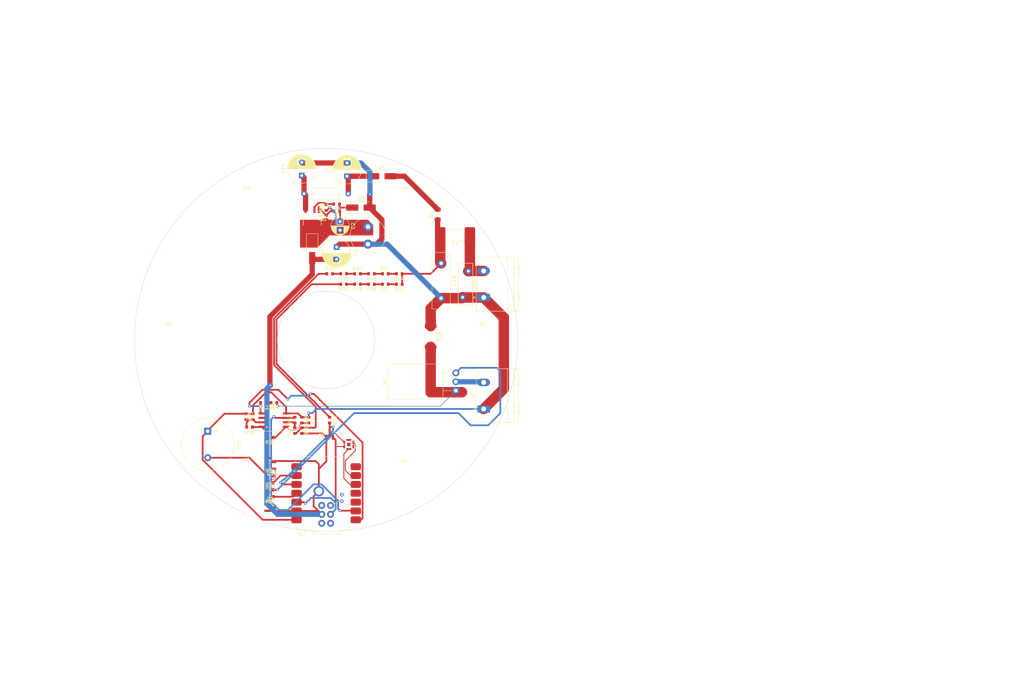
<source format=kicad_pcb>
(kicad_pcb (version 20240108) (generator "pcbnew") (generator_version "8.0")
  (layers (0 "F.Cu" signal) (31 "B.Cu" signal) (34 "B.Paste" user) (35 "F.Paste" user) (36 "B.SilkS" user "B.Silkscreen") (37 "F.SilkS" user "F.Silkscreen") (38 "B.Mask" user) (39 "F.Mask" user) (44 "Edge.Cuts" user))
  (net 0 "")
  (net 1 "Net-(BZ1-+)")
  (net 2 "/+5V")
  (net 3 "/GND")
  (net 5 "Net-(D1-K)")
  (net 6 "Net-(D3-K)")
  (net 7 "Net-(D1-A)")
  (net 8 "Net-(D2-K)")
  (net 9 "/Controller/ZERO_CROSSING")
  (net 12 "/Triac/TRIAC_OUTPUT")
  (net 14 "/Controller/LED_HOLD")
  (net 15 "/Controller/SUMMER")
  (net 16 "Net-(R26-Pad2)")
  (net 17 "Net-(R27-Pad2)")
  (net 18 "Net-(R28-Pad2)")
  (net 19 "Net-(R29-Pad2)")
  (net 20 "Net-(R30-Pad2)")
  (net 21 "/Controller/TRIAC_GATE")
  (net 22 "Net-(Q1-B)")
  (net 23 "Net-(Q1-C)")
  (net 24 "Net-(Q2-A1)")
  (net 25 "Net-(Q2-G)")
  (net 26 "Net-(Q3-B)")
  (net 27 "Net-(Q3-C)")
  (net 28 "Net-(U4B-+)")
  (net 29 "Net-(U4B--)")
  (net 30 "/AC_Filter/AC_L_FLT")
  (net 31 "/+3V3")
  (net 32 "Net-(U4A--)")
  (net 33 "Net-(U4A-+)")
  (net 34 "Net-(R44-Pad2)")
  (net 35 "Net-(R45-Pad1)")
  (net 36 "Net-(R46-Pad2)")
  (net 37 "Net-(R47-Pad1)")
  (net 38 "Net-(R48-Pad2)")
  (net 39 "/Controller/SIG_CURRENT")
  (net 40 "/Controller/SIG_VOLTAGE")
  (net 41 "Net-(R49-Pad1)")
  (net 42 "/L")
  (net 43 "/Controller/I2C_SCL")
  (net 44 "/Controller/I2C_SDA")
  (net 50 "Net-(U2-BP{slash}M)")
  (net 51 "Net-(U2-D)")
  (net 52 "Net-(U2-FB)")
  (footprint "Resistor_SMD:R_0603_1608Metric" (layer "F.Cu") (at 409 123 90)
    (property "Reference" "R52")
    (property "Value" "330")
  )
  (footprint "MountingHole:MountingHole_3.5mm" (layer "F.Cu") (at 395.25 61)
    (property "Reference" "H3")
    (property "Value" "MountingHole")
  )
  (footprint "Resistor_SMD:R_0603_1608Metric" (layer "F.Cu") (at 427 84 180)
    (property "Reference" "R29")
    (property "Value" "47k")
  )
  (footprint "Resistor_SMD:R_0603_1608Metric" (layer "F.Cu") (at 411 123 -90)
    (property "Reference" "R38")
    (property "Value" "10k")
  )
  (footprint "Fuse:Fuse_Schurter_UMZ250" (layer "F.Cu") (at 455 70 180)
    (property "Reference" "F1")
    (property "Value" "1.6A")
  )
  (footprint "Resistor_SMD:R_0603_1608Metric" (layer "F.Cu") (at 431 84 180)
    (property "Reference" "R28")
    (property "Value" "47k")
  )
  (footprint "Resistor_SMD:R_0603_1608Metric" (layer "F.Cu") (at 423 81 180)
    (property "Reference" "R48")
    (property "Value" "47k")
  )
  (footprint "Resistor_SMD:R_0603_1608Metric" (layer "F.Cu") (at 439 81 180)
    (property "Reference" "R44")
    (property "Value" "47k")
  )
  (footprint "Resistor_SMD:R_0603_1608Metric" (layer "F.Cu") (at 402 143)
    (property "Reference" "R32")
    (property "Value" "470")
  )
  (footprint "Resistor_SMD:R_0603_1608Metric" (layer "F.Cu") (at 397 122 90)
    (property "Reference" "R5")
    (property "Value" "3k9")
  )
  (footprint "Capacitor_THT:CP_Radial_D8.0mm_P3.50mm" (layer "F.Cu") (at 421 73.347349 -90)
    (property "Reference" "C4")
    (property "Value" "220u")
  )
  (footprint "Resistor_SMD:R_0603_1608Metric" (layer "F.Cu") (at 402 139)
    (property "Reference" "R34")
    (property "Value" "100")
  )
  (footprint "Resistor_SMD:R_0603_1608Metric" (layer "F.Cu") (at 427 81)
    (property "Reference" "R47")
    (property "Value" "47k")
  )
  (footprint "Resistor_SMD:R_0603_1608Metric" (layer "F.Cu") (at 419 123 -90)
    (property "Reference" "R31")
    (property "Value" "47k")
  )
  (footprint "Capacitor_THT:C_Disc_D16.0mm_W5.0mm_P10.00mm" (layer "F.Cu") (at 451 78 -90)
    (property "Reference" "C13")
    (property "Value" "10u")
  )
  (footprint "Package_TO_SOT_SMD:SOT-23" (layer "F.Cu") (at 401.9125 148.0875)
    (property "Reference" "Q3")
    (property "Value" "BC848")
  )
  (footprint "Resistor_SMD:R_0603_1608Metric" (layer "F.Cu") (at 402 128 180)
    (property "Reference" "R39")
    (property "Value" "1k")
  )
  (footprint "Capacitor_SMD:C_0603_1608Metric" (layer "F.Cu") (at 418 65 90)
    (property "Reference" "C3")
    (property "Value" "100n")
  )
  (footprint "Capacitor_THT:CP_Radial_D8.0mm_P3.80mm" (layer "F.Cu") (at 424 53 90)
    (property "Reference" "C1")
    (property "Value" "2u2")
  )
  (footprint "Resistor_SMD:R_1206_3216Metric" (layer "F.Cu") (at 450 64 90)
    (property "Reference" "R1")
    (property "Value" "10")
  )
  (footprint "Capacitor_THT:CP_Radial_D5.0mm_P2.50mm" (layer "F.Cu") (at 422 66 -90)
    (property "Reference" "C2")
    (property "Value" "22u")
  )
  (footprint "Package_TO_SOT_THT:TO-220-3_Horizontal_TabDown" (layer "F.Cu") (at 455.23 114.54 90)
    (property "Reference" "Q2")
    (property "Value" "BTA16-600B")
  )
  (footprint "Inductor_THT:L_Radial_D10.0mm_P5.00mm_Fastron_07P" (layer "F.Cu") (at 430 67.5 -90)
    (property "Reference" "L1")
    (property "Value" "1m")
  )
  (footprint "Resistor_SMD:R_0603_1608Metric" (layer "F.Cu") (at 395 122 -90)
    (property "Reference" "R53")
    (property "Value" "2k2")
  )
  (footprint "Package_TO_SOT_SMD:SOT-23" (layer "F.Cu") (at 402 136 180)
    (property "Reference" "Q1")
    (property "Value" "BC848")
  )
  (footprint "Resistor_SMD:R_0603_1608Metric" (layer "F.Cu") (at 439 84 180)
    (property "Reference" "R26")
    (property "Value" "47k")
  )
  (footprint "Resistor_SMD:R_0603_1608Metric" (layer "F.Cu") (at 431 81 180)
    (property "Reference" "R46")
    (property "Value" "47k")
  )
  (footprint "Resistor_SMD:R_0603_1608Metric" (layer "F.Cu") (at 421 61 180)
    (property "Reference" "R2")
    (property "Value" "4k")
  )
  (footprint "Resistor_SMD:R_2512_6332Metric" (layer "F.Cu") (at 448 99 -90)
    (property "Reference" "R36")
    (property "Value" "0R01")
  )
  (footprint "Resistor_SMD:R_0603_1608Metric" (layer "F.Cu") (at 403 118 180)
    (property "Reference" "R41")
    (property "Value" "1k")
  )
  (footprint "Resistor_SMD:R_0603_1608Metric" (layer "F.Cu") (at 411 126 -90)
    (property "Reference" "R50")
    (property "Value" "4k7")
  )
  (footprint "MountingHole:MountingHole_3.5mm" (layer "F.Cu") (at 440.25 139.3)
    (property "Reference" "H2")
    (property "Value" "MountingHole")
  )
  (footprint "Buzzer_Beeper:Buzzer_15x7.5RM7.6" (layer "F.Cu") (at 384 126.2 -90)
    (property "Reference" "BZ1")
    (property "Value" "Buzzer")
  )
  (footprint "Package_SO:PowerIntegrations_SO-8C" (layer "F.Cu") (at 414 65 -90)
    (property "Reference" "U2")
    (property "Value" "LNK3202D")
  )
  (footprint "Resistor_SMD:R_0603_1608Metric" (layer "F.Cu") (at 413 123 -90)
    (property "Reference" "R4")
    (property "Value" "200k")
  )
  (footprint "Sensor_Pressure:ST_LPS28DFW" (layer "F.Cu") (at 424.5 130 -90)
    (property "Reference" "U1")
    (property "Value" "LPS28DFW")
  )
  (footprint "Diode_SMD:D_SMA_Handsoldering" (layer "F.Cu") (at 434 53)
    (property "Reference" "D1")
    (property "Value" "D")
  )
  (footprint "MountingHole:MountingHole_3.5mm" (layer "F.Cu") (at 395.1 138.9)
    (property "Reference" "H6")
    (property "Value" "MountingHole")
  )
  (footprint "Resistor_SMD:R_0603_1608Metric" (layer "F.Cu") (at 402 145 180)
    (property "Reference" "R33")
    (property "Value" "4k7")
  )
  (footprint "Resistor_SMD:R_0603_1608Metric" (layer "F.Cu") (at 435 81)
    (property "Reference" "R45")
    (property "Value" "47k")
  )
  (footprint "Diode_SMD:D_SMA_Handsoldering" (layer "F.Cu") (at 428 62)
    (property "Reference" "D2")
    (property "Value" "UF4007")
  )
  (footprint "Resistor_SMD:R_0603_1608Metric" (layer "F.Cu") (at 421 63 180)
    (property "Reference" "R3")
    (property "Value" "10k")
  )
  (footprint "MountingHole:MountingHole_3.5mm" (layer "F.Cu") (at 440.85 61)
    (property "Reference" "H4")
    (property "Value" "MountingHole")
  )
  (footprint "Package_TO_SOT_SMD:SOT-23" (layer "F.Cu") (at 419 127 90)
    (property "Reference" "D11")
    (property "Value" "BAT54SW")
  )
  (footprint "Inductor_THT:L_Axial_L7.0mm_D3.3mm_P12.70mm_Horizontal_Fastron_MICC" (layer "F.Cu") (at 424.35 58 180)
    (property "Reference" "L2")
    (property "Value" "2.2mH")
  )
  (footprint "RF_Module:MCU_Seeed_ESP32C3_HandSolder" (layer "F.Cu") (at 418 144 180)
    (property "Reference" "U5")
    (property "Value" "Seeed-ESP32C3")
  )
  (footprint "MountingHole:MountingHole_3.5mm" (layer "F.Cu") (at 372.9 100)
    (property "Reference" "H5")
    (property "Value" "MountingHole")
  )
  (footprint "Resistor_SMD:R_0603_1608Metric" (layer "F.Cu") (at 396 125 180)
    (property "Reference" "R56")
    (property "Value" "10k")
  )
  (footprint "Resistor_SMD:R_0603_1608Metric" (layer "F.Cu") (at 400 118 180)
    (property "Reference" "R42")
    (property "Value" "6k2")
  )
  (footprint "Connector_Phoenix_GMSTB:PhoenixContact_GMSTBA_2,5_2-G-7,62_1x02_P7.62mm_Horizontal" (layer "F.Cu") (at 463.2225 119.81 90)
    (property "Reference" "J2")
    (property "Value" "Conn_01x02_Pin")
  )
  (footprint "Varistor:RV_Disc_D12mm_W4.2mm_P7.5mm" (layer "F.Cu") (at 457.18 87.75 90)
    (property "Reference" "RV1")
    (property "Value" "350V")
  )
  (footprint "Capacitor_THT:CP_Radial_D8.0mm_P3.80mm" (layer "F.Cu") (at 411 52.802651 90)
    (property "Reference" "C14")
    (property "Value" "2u2")
  )
  (footprint "Diode_SMD:D_SMA_Handsoldering" (layer "F.Cu") (at 414 74 -90)
    (property "Reference" "D3")
    (property "Value" "UF4007")
  )
  (footprint "Resistor_SMD:R_0603_1608Metric" (layer "F.Cu") (at 419 81)
    (property "Reference" "R49")
    (property "Value" "47k")
  )
  (footprint "MountingHole:MountingHole_3.5mm" (layer "F.Cu") (at 463.2 100)
    (property "Reference" "H1")
    (property "Value" "MountingHole")
  )
  (footprint "Package_SO:SO-8_5.3x6.2mm_P1.27mm" (layer "F.Cu") (at 403 123)
    (property "Reference" "U4")
    (property "Value" "TL082")
  )
  (footprint "Resistor_SMD:R_0603_1608Metric" (layer "F.Cu") (at 402 141 180)
    (property "Reference" "R25")
    (property "Value" "4k7")
  )
  (footprint "Resistor_SMD:R_0603_1608Metric" (layer "F.Cu") (at 409 126 90)
    (property "Reference" "R51")
    (property "Value" "1k")
  )
  (footprint "Resistor_SMD:R_0603_1608Metric" (layer "F.Cu") (at 423 84 180)
    (property "Reference" "R30")
    (property "Value" "47k")
  )
  (footprint "Resistor_SMD:R_0603_1608Metric" (layer "F.Cu") (at 435 84 180)
    (property "Reference" "R27")
    (property "Value" "47k")
  )
  (footprint "Resistor_SMD:R_0603_1608Metric" (layer "F.Cu") (at 418 62 90)
    (property "Reference" "R35")
    (property "Value" "2.49k")
  )
  (footprint "Connector_Phoenix_GMSTB:PhoenixContact_GMSTBA_2,5_2-G-7,62_1x02_P7.62mm_Horizontal" (layer "F.Cu") (at 463.2225 87.81 90)
    (property "Reference" "J1")
    (property "Value" "Conn_01x02_Pin")
  )
  (gr_circle (center 418 100) (end 432 100) (stroke (width 0.1)) (fill none) (layer "Edge.Cuts"))
  (gr_circle (center 418 100) (end 473 100) (stroke (width 0.1)) (fill none) (layer "Edge.Cuts"))
  (segment (start 401.175 139) (end 395.975 133.8) (width 0.5) (layer "F.Cu") (net 1))
  (segment (start 395.975 133.8) (end 384 133.8) (width 0.5) (layer "F.Cu") (net 1))
  (segment (start 411 122.175) (end 409.92 121.095) (width 0.5) (layer "F.Cu") (net 2))
  (segment (start 432.5 72.5) (end 430 72.5) (width 1.5) (layer "F.Cu") (net 2))
  (segment (start 383.39939 135.25) (end 382.55 134.40061) (width 0.5) (layer "F.Cu") (net 2))
  (segment (start 467 116) (end 467 116.0325) (width 3) (layer "F.Cu") (net 2))
  (segment (start 456.93 88) (end 457.18 87.75) (width 3) (layer "F.Cu") (net 2))
  (segment (start 413 122.175) (end 413 121) (width 0.5) (layer "F.Cu") (net 2))
  (segment (start 409.92 121.095) (end 406.5 121.095) (width 0.5) (layer "F.Cu") (net 2))
  (segment (start 395 121.175) (end 397 121.175) (width 0.5) (layer "F.Cu") (net 2))
  (segment (start 395 121.175) (end 388.825 121.175) (width 0.5) (layer "F.Cu") (net 2))
  (segment (start 469 93.5875) (end 469 114) (width 3) (layer "F.Cu") (net 2))
  (segment (start 397 118.77522) (end 400.77522 115) (width 0.5) (layer "F.Cu") (net 2))
  (segment (start 383.404325 135.25) (end 383.39939 135.25) (width 0.5) (layer "F.Cu") (net 2))
  (segment (start 434 71) (end 432.5 72.5) (width 1.5) (layer "F.Cu") (net 2))
  (segment (start 382.55 134.40061) (end 382.55 127.65) (width 0.5) (layer "F.Cu") (net 2))
  (segment (start 457.24 87.81) (end 457.18 87.75) (width 3) (layer "F.Cu") (net 2))
  (segment (start 424 49.2) (end 411.197349 49.2) (width 1.5) (layer "F.Cu") (net 2))
  (segment (start 434 65.5) (end 434 71) (width 1.5) (layer "F.Cu") (net 2))
  (segment (start 411.197349 49.2) (end 411 49.002651) (width 1.5) (layer "F.Cu") (net 2))
  (segment (start 406.5 119.27522) (end 406.5 121.095) (width 0.5) (layer "F.Cu") (net 2))
  (segment (start 448 96.0375) (end 448 91) (width 3) (layer "F.Cu") (net 2))
  (segment (start 413 122.175) (end 411 122.175) (width 0.5) (layer "F.Cu") (net 2))
  (segment (start 421.847349 72.5) (end 421 73.347349) (width 1.5) (layer "F.Cu") (net 2))
  (segment (start 384 126) (end 384 126.2) (width 0.5) (layer "F.Cu") (net 2))
  (segment (start 409.5 151.62) (end 399.774325 151.62) (width 0.5) (layer "F.Cu") (net 2))
  (segment (start 400.77522 115) (end 402.22478 115) (width 0.5) (layer "F.Cu") (net 2))
  (segment (start 451 88) (end 456.93 88) (width 3) (layer "F.Cu") (net 2))
  (segment (start 388.825 121.175) (end 384 126) (width 0.5) (layer "F.Cu") (net 2))
  (segment (start 430.5 58.2) (end 430.575 58.125) (width 1.5) (layer "F.Cu") (net 2))
  (segment (start 467 116.0325) (end 463.2225 119.81) (width 3) (layer "F.Cu") (net 2))
  (segment (start 430 72.5) (end 421.847349 72.5) (width 1.5) (layer "F.Cu") (net 2))
  (segment (start 430.5 62) (end 430.5 58.2) (width 1.5) (layer "F.Cu") (net 2))
  (segment (start 463.2225 87.81) (end 469 93.5875) (width 3) (layer "F.Cu") (net 2))
  (segment (start 397 121.175) (end 397 118.77522) (width 0.5) (layer "F.Cu") (net 2))
  (segment (start 448 91) (end 451 88) (width 3) (layer "F.Cu") (net 2))
  (segment (start 430.5 62) (end 434 65.5) (width 1.5) (layer "F.Cu") (net 2))
  (segment (start 399.774325 151.62) (end 383.404325 135.25) (width 0.5) (layer "F.Cu") (net 2))
  (segment (start 402.22478 115) (end 406.5 119.27522) (width 0.5) (layer "F.Cu") (net 2))
  (segment (start 463.2225 87.81) (end 457.24 87.81) (width 3) (layer "F.Cu") (net 2))
  (segment (start 382.55 127.65) (end 384 126.2) (width 0.5) (layer "F.Cu") (net 2))
  (segment (start 469 114) (end 467 116) (width 3) (layer "F.Cu") (net 2))
  (via (at 413 121) (size 0.8) (drill 0.4) (layers "F.Cu" "B.Cu") (net 2))
  (via (at 430.575 58.125) (size 0.8) (drill 0.4) (layers "F.Cu" "B.Cu") (net 2))
  (segment (start 430 72.5) (end 435.5 72.5) (width 1.5) (layer "B.Cu") (net 2))
  (segment (start 430.575 51.8) (end 430.575 58.125) (width 1.5) (layer "B.Cu") (net 2))
  (segment (start 435.5 72.5) (end 451 88) (width 1.5) (layer "B.Cu") (net 2))
  (segment (start 427.975 49.2) (end 430.575 51.8) (width 1.5) (layer "B.Cu") (net 2))
  (segment (start 413 121) (end 414 121) (width 0.5) (layer "B.Cu") (net 2))
  (segment (start 415.19 119.81) (end 463.2225 119.81) (width 0.5) (layer "B.Cu") (net 2))
  (segment (start 424 49.2) (end 427.975 49.2) (width 1.5) (layer "B.Cu") (net 2))
  (segment (start 414 121) (end 415.19 119.81) (width 0.5) (layer "B.Cu") (net 2))
  (segment (start 401.847481 112.847481) (end 402 113) (width 1.5) (layer "F.Cu") (net 3))
  (segment (start 415 134.75) (end 403.2375 134.75) (width 0.5) (layer "F.Cu") (net 3))
  (segment (start 399.405 125) (end 399.5 124.905) (width 0.5) (layer "F.Cu") (net 3))
  (segment (start 401.0175 149.08) (end 400.975 149.0375) (width 0.5) (layer "F.Cu") (net 3))
  (segment (start 415.77 149.08) (end 416.73 150.04) (width 0.5) (layer "F.Cu") (net 3))
  (segment (start 403.2375 134.75) (end 402.9375 135.05) (width 0.5) (layer "F.Cu") (net 3))
  (segment (start 400.2975 125.7025) (end 401 125) (width 0.5) (layer "F.Cu") (net 3))
  (segment (start 409.5 149.08) (end 401.0175 149.08) (width 0.5) (layer "F.Cu") (net 3))
  (segment (start 401.175 128) (end 401.175 126.58) (width 0.5) (layer "F.Cu") (net 3))
  (segment (start 414 81.15153) (end 401.847481 93.30405) (width 1.5) (layer "F.Cu") (net 3))
  (segment (start 418.05 134.85) (end 418.05 127.9375) (width 0.5) (layer "F.Cu") (net 3))
  (segment (start 415.9 137) (end 415.9 135.65) (width 0.5) (layer "F.Cu") (net 3))
  (segment (start 421 76.847349) (end 414.347349 76.847349) (width 1.5) (layer "F.Cu") (net 3))
  (segment (start 415.9 143.4) (end 415.9 137) (width 0.5) (layer "F.Cu") (net 3))
  (segment (start 409.5 149.08) (end 415.77 149.08) (width 0.5) (layer "F.Cu") (net 3))
  (segment (start 401.175 128) (end 401.175 133.2875) (width 0.5) (layer "F.Cu") (net 3))
  (segment (start 400.2975 125.7025) (end 399.5 124.905) (width 0.5) (layer "F.Cu") (net 3))
  (segment (start 423.2 129.4) (end 420.675 126.875) (width 0.25) (layer "F.Cu") (net 3))
  (segment (start 401.175 133.2875) (end 402.9375 135.05) (width 0.5) (layer "F.Cu") (net 3))
  (segment (start 401.175 126.58) (end 400.2975 125.7025) (width 0.5) (layer "F.Cu") (net 3))
  (segment (start 414 76.5) (end 414 81.15153) (width 1.5) (layer "F.Cu") (net 3))
  (segment (start 401.847481 93.30405) (end 401.847481 112.847481) (width 1.5) (layer "F.Cu") (net 3))
  (segment (start 416.9375 126.825) (end 418.05 127.9375) (width 0.5) (layer "F.Cu") (net 3))
  (segment (start 420.675 126.875) (end 419.6 126.875) (width 0.25) (layer "F.Cu") (net 3))
  (segment (start 415.77 149.08) (end 414.4 147.71) (width 0.5) (layer "F.Cu") (net 3))
  (segment (start 414.4 144.9) (end 415.9 143.4) (width 0.5) (layer "F.Cu") (net 3))
  (segment (start 419.6 126.875) (end 418.5375 127.9375) (width 0.25) (layer "F.Cu") (net 3))
  (segment (start 411 126.825) (end 416.9375 126.825) (width 0.5) (layer "F.Cu") (net 3))
  (segment (start 418.5375 127.9375) (end 418.05 127.9375) (width 0.25) (layer "F.Cu") (net 3))
  (segment (start 415.9 135.65) (end 415 134.75) (width 0.5) (layer "F.Cu") (net 3))
  (segment (start 396.825 125) (end 399.405 125) (width 0.5) (layer "F.Cu") (net 3))
  (segment (start 414.4 147.71) (end 414.4 144.9) (width 0.5) (layer "F.Cu") (net 3))
  (segment (start 414.347349 76.847349) (end 414 76.5) (width 1.5) (layer "F.Cu") (net 3))
  (segment (start 415.9 137) (end 418.05 134.85) (width 0.5) (layer "F.Cu") (net 3))
  (via (at 401 125) (size 0.8) (drill 0.4) (layers "F.Cu" "B.Cu") (net 3))
  (via (at 402 113) (size 0.8) (drill 0.4) (layers "F.Cu" "B.Cu") (net 3))
  (segment (start 401 147) (end 404.04 150.04) (width 1.5) (layer "B.Cu") (net 3))
  (segment (start 401 125) (end 401 147) (width 1.5) (layer "B.Cu") (net 3))
  (segment (start 401 125) (end 401 114) (width 1.5) (layer "B.Cu") (net 3))
  (segment (start 401 114) (end 402 113) (width 1.5) (layer "B.Cu") (net 3))
  (segment (start 404.04 150.04) (end 416.73 150.04) (width 1.5) (layer "B.Cu") (net 3))
  (segment (start 424.35 58) (end 424.35 53.35) (width 1.5) (layer "F.Cu") (net 5))
  (segment (start 424.7 53) (end 424.35 53.35) (width 1.5) (layer "F.Cu") (net 5))
  (segment (start 427 53) (end 424.7 53) (width 1.5) (layer "F.Cu") (net 5))
  (segment (start 431.5 53) (end 427 53) (width 1.5) (layer "F.Cu") (net 5))
  (segment (start 424.35 53.35) (end 424 53) (width 1.5) (layer "F.Cu") (net 5))
  (segment (start 424 53) (end 427 53) (width 1.5) (layer "F.Cu") (net 5))
  (segment (start 422 68.5) (end 420.725 68.5) (width 1.5) (layer "F.Cu") (net 6))
  (segment (start 422 68.5) (end 429 68.5) (width 1.5) (layer "F.Cu") (net 6))
  (segment (start 420.725 68.5) (end 418 65.775) (width 1.5) (layer "F.Cu") (net 6))
  (segment (start 414 71.5) (end 414 68.085) (width 1.5) (layer "F.Cu") (net 6))
  (segment (start 417.58 65.775) (end 415.905 67.45) (width 1.5) (layer "F.Cu") (net 6))
  (segment (start 429 68.5) (end 430 67.5) (width 1.5) (layer "F.Cu") (net 6))
  (segment (start 418 65.775) (end 417.58 65.775) (width 1.5) (layer "F.Cu") (net 6))
  (segment (start 412.095 67.45) (end 415.905 67.45) (width 1.5) (layer "F.Cu") (net 6))
  (segment (start 414 68.085) (end 414.635 67.45) (width 1.5) (layer "F.Cu") (net 6))
  (segment (start 418 62.825) (end 418.2 62.825) (width 0.5) (layer "F.Cu") (net 6))
  (segment (start 418.2 62.825) (end 419.05 61.975) (width 0.5) (layer "F.Cu") (net 6))
  (via (at 419.05 61.975) (size 0.8) (drill 0.4) (layers "F.Cu" "B.Cu") (net 6))
  (segment (start 420.75 67.25) (end 422 68.5) (width 0.5) (layer "B.Cu") (net 6))
  (segment (start 420.75 63.675) (end 420.75 67.25) (width 0.5) (layer "B.Cu") (net 6))
  (segment (start 419.05 61.975) (end 420.75 63.675) (width 0.5) (layer "B.Cu") (net 6))
  (segment (start 436.5 53) (end 440.4625 53) (width 1.5) (layer "F.Cu") (net 7))
  (segment (start 440.4625 53) (end 450 62.5375) (width 1.5) (layer "F.Cu") (net 7))
  (segment (start 425.5 62) (end 421.95 62) (width 0.5) (layer "F.Cu") (net 8))
  (segment (start 421.825 62.125) (end 421.825 61) (width 0.5) (layer "F.Cu") (net 8))
  (segment (start 421.95 62) (end 421.825 62.125) (width 0.5) (layer "F.Cu") (net 8))
  (segment (start 422 66) (end 422 63.175) (width 0.5) (layer "F.Cu") (net 8))
  (segment (start 421.825 63) (end 421.825 62.125) (width 0.5) (layer "F.Cu") (net 8))
  (segment (start 422 63.175) (end 421.825 63) (width 0.5) (layer "F.Cu") (net 8))
  (segment (start 419 126.0625) (end 419 125) (width 0.5) (layer "F.Cu") (net 9))
  (segment (start 409.5 141.46) (end 405.46 141.46) (width 0.5) (layer "F.Cu") (net 9))
  (segment (start 405.46 141.46) (end 404.898959 140.898959) (width 0.5) (layer "F.Cu") (net 9))
  (segment (start 419 125) (end 419 123.825) (width 0.5) (layer "F.Cu") (net 9))
  (segment (start 420 125) (end 419 125) (width 0.5) (layer "F.Cu") (net 9))
  (via (at 420 125) (size 0.8) (drill 0.4) (layers "F.Cu" "B.Cu") (net 9))
  (via (at 404.898959 140.898959) (size 0.8) (drill 0.4) (layers "F.Cu" "B.Cu") (net 9))
  (segment (start 405.797918 140) (end 406.01005 140) (width 0.5) (layer "B.Cu") (net 9))
  (segment (start 404.898959 140.898959) (end 405.797918 140) (width 0.5) (layer "B.Cu") (net 9))
  (segment (start 406.01005 140) (end 420 126.01005) (width 0.5) (layer "B.Cu") (net 9))
  (segment (start 420 126.01005) (end 420 125) (width 0.5) (layer "B.Cu") (net 9))
  (segment (start 455.23 112) (end 463.0325 112) (width 1.5) (layer "B.Cu") (net 12))
  (segment (start 463.0325 112) (end 463.2225 112.19) (width 1.5) (layer "B.Cu") (net 12))
  (segment (start 402.825 141) (end 404.905 138.92) (width 0.5) (layer "F.Cu") (net 15))
  (segment (start 404.905 138.92) (end 409.5 138.92) (width 0.5) (layer "F.Cu") (net 15))
  (segment (start 435.825 84) (end 438.175 84) (width 0.5) (layer "F.Cu") (net 16))
  (segment (start 431.825 84) (end 434.175 84) (width 0.5) (layer "F.Cu") (net 17))
  (segment (start 427.825 84) (end 430.175 84) (width 0.5) (layer "F.Cu") (net 18))
  (segment (start 423.825 84) (end 426.175 84) (width 0.5) (layer "F.Cu") (net 19))
  (segment (start 413.838536 84) (end 403.747481 94.091055) (width 0.5) (layer "F.Cu") (net 20))
  (segment (start 403.747481 94.091055) (end 403.747481 106.922481) (width 0.5) (layer "F.Cu") (net 20))
  (segment (start 422.175 84) (end 413.838536 84) (width 0.5) (layer "F.Cu") (net 20))
  (segment (start 403.747481 106.922481) (end 419 122.175) (width 0.5) (layer "F.Cu") (net 20))
  (segment (start 408.5 145) (end 409.5 144) (width 0.5) (layer "F.Cu") (net 21))
  (segment (start 402.825 145) (end 408.5 145) (width 0.5) (layer "F.Cu") (net 21))
  (segment (start 402.175 140) (end 403 140) (width 0.15) (layer "F.Cu") (net 22))
  (segment (start 401.175 141) (end 402.175 140) (width 0.15) (layer "F.Cu") (net 22))
  (segment (start 403 140) (end 403.5 139.5) (width 0.15) (layer "F.Cu") (net 22))
  (segment (start 403.5 137.5125) (end 402.9375 136.95) (width 0.15) (layer "F.Cu") (net 22))
  (segment (start 403.5 139.5) (end 403.5 137.5125) (width 0.15) (layer "F.Cu") (net 22))
  (segment (start 401.0625 137.2375) (end 402.825 139) (width 0.5) (layer "F.Cu") (net 23))
  (segment (start 401.175 136.1125) (end 401.0625 136) (width 0.5) (layer "F.Cu") (net 23))
  (segment (start 401.0625 136) (end 401.0625 137.2375) (width 0.5) (layer "F.Cu") (net 23))
  (segment (start 448 115) (end 457 115) (width 3) (layer "F.Cu") (net 24))
  (segment (start 403.825 118.825) (end 404 119) (width 0.15) (layer "F.Cu") (net 24))
  (segment (start 448 101.9625) (end 448 115) (width 3) (layer "F.Cu") (net 24))
  (segment (start 403.825 118) (end 403.825 118.825) (width 0.15) (layer "F.Cu") (net 24))
  (via (at 404 119) (size 0.8) (drill 0.4) (layers "F.Cu" "B.Cu") (net 24))
  (segment (start 450.77 119) (end 455.23 114.54) (width 0.15) (layer "B.Cu") (net 24))
  (segment (start 404 119) (end 450.77 119) (width 0.15) (layer "B.Cu") (net 24))
  (segment (start 402.825 143) (end 404 143) (width 0.5) (layer "F.Cu") (net 25))
  (via (at 404 143) (size 0.8) (drill 0.4) (layers "F.Cu" "B.Cu") (net 25))
  (segment (start 456 121) (end 459.5 124.5) (width 0.5) (layer "B.Cu") (net 25))
  (segment (start 456.690001 108) (end 455.23 109.460001) (width 0.5) (layer "B.Cu") (net 25))
  (segment (start 468 121) (end 468 109) (width 0.5) (layer "B.Cu") (net 25))
  (segment (start 459.5 124.5) (end 464.5 124.5) (width 0.5) (layer "B.Cu") (net 25))
  (segment (start 426 121) (end 456 121) (width 0.5) (layer "B.Cu") (net 25))
  (segment (start 467 108) (end 456.690001 108) (width 0.5) (layer "B.Cu") (net 25))
  (segment (start 464.5 124.5) (end 468 121) (width 0.5) (layer "B.Cu") (net 25))
  (segment (start 468 109) (end 467 108) (width 0.5) (layer "B.Cu") (net 25))
  (segment (start 404 143) (end 426 121) (width 0.5) (layer "B.Cu") (net 25))
  (segment (start 401.175 145) (end 401.175 146.9375) (width 0.5) (layer "F.Cu") (net 26))
  (segment (start 401.175 146.9375) (end 400.975 147.1375) (width 0.5) (layer "F.Cu") (net 26))
  (segment (start 401.175 143) (end 402.15 143.975) (width 0.15) (layer "F.Cu") (net 27))
  (segment (start 402.15 147.3875) (end 402.85 148.0875) (width 0.15) (layer "F.Cu") (net 27))
  (segment (start 402.15 143.975) (end 402.15 147.3875) (width 0.15) (layer "F.Cu") (net 27))
  (segment (start 403.405 128) (end 406.5 124.905) (width 0.5) (layer "F.Cu") (net 28))
  (segment (start 407.445 125.85) (end 409.477292 125.85) (width 0.15) (layer "F.Cu") (net 28))
  (segment (start 406.5 124.905) (end 407.445 125.85) (width 0.15) (layer "F.Cu") (net 28))
  (segment (start 410.25 125.077292) (end 410.25 124.575) (width 0.15) (layer "F.Cu") (net 28))
  (segment (start 410.25 124.575) (end 411 123.825) (width 0.15) (layer "F.Cu") (net 28))
  (segment (start 413 123.825) (end 411 123.825) (width 0.5) (layer "F.Cu") (net 28))
  (segment (start 409.477292 125.85) (end 410.25 125.077292) (width 0.15) (layer "F.Cu") (net 28))
  (segment (start 402.825 128) (end 403.405 128) (width 0.5) (layer "F.Cu") (net 28))
  (segment (start 408.81 123.635) (end 409 123.825) (width 0.5) (layer "F.Cu") (net 29))
  (segment (start 406.5 123.635) (end 408.81 123.635) (width 0.5) (layer "F.Cu") (net 29))
  (segment (start 409 123.825) (end 409 125.175) (width 0.5) (layer "F.Cu") (net 29))
  (segment (start 448 81) (end 451 78) (width 0.5) (layer "F.Cu") (net 30))
  (segment (start 450 69.25) (end 450.75 70) (width 1.5) (layer "F.Cu") (net 30))
  (segment (start 450.75 70) (end 450.75 77.75) (width 3) (layer "F.Cu") (net 30))
  (segment (start 439.825 84) (end 439.825 81) (width 0.5) (layer "F.Cu") (net 30))
  (segment (start 450.75 77.75) (end 451 78) (width 3) (layer "F.Cu") (net 30))
  (segment (start 450 65.4625) (end 450 69.25) (width 1.5) (layer "F.Cu") (net 30))
  (segment (start 439.825 81) (end 448 81) (width 0.5) (layer "F.Cu") (net 30))
  (segment (start 420.72 130.575) (end 420.72 148.59) (width 0.5) (layer "F.Cu") (net 31))
  (segment (start 423.2 130.6) (end 420.745 130.6) (width 0.25) (layer "F.Cu") (net 31))
  (segment (start 420.745 130.6) (end 420.72 130.575) (width 0.25) (layer "F.Cu") (net 31))
  (segment (start 409.5 146.54) (end 411.54 146.54) (width 0.5) (layer "F.Cu") (net 31))
  (segment (start 420.72 148.59) (end 419.27 150.04) (width 0.5) (layer "F.Cu") (net 31))
  (segment (start 420.72 128.7075) (end 420.72 130.575) (width 0.5) (layer "F.Cu") (net 31))
  (segment (start 411.54 146.54) (end 412 147) (width 0.5) (layer "F.Cu") (net 31))
  (segment (start 419.95 127.9375) (end 420.72 128.7075) (width 0.5) (layer "F.Cu") (net 31))
  (via (at 412 147) (size 0.8) (drill 0.4) (layers "F.Cu" "B.Cu") (net 31))
  (segment (start 419.35 145.35) (end 420.72 146.72) (width 0.5) (layer "B.Cu") (net 31))
  (segment (start 420.72 146.72) (end 420.72 148.59) (width 0.5) (layer "B.Cu") (net 31))
  (segment (start 412 147) (end 413.65 145.35) (width 0.5) (layer "B.Cu") (net 31))
  (segment (start 413.65 145.35) (end 419.35 145.35) (width 0.5) (layer "B.Cu") (net 31))
  (segment (start 420.72 148.59) (end 419.27 150.04) (width 0.5) (layer "B.Cu") (net 31))
  (segment (start 400.825 118) (end 400.9 118.075) (width 0.5) (layer "F.Cu") (net 32))
  (segment (start 400.9 121.985) (end 400.52 122.365) (width 0.5) (layer "F.Cu") (net 32))
  (segment (start 400.9 118.075) (end 400.9 121.985) (width 0.5) (layer "F.Cu") (net 32))
  (segment (start 402.175 118) (end 400.825 118) (width 0.5) (layer "F.Cu") (net 32))
  (segment (start 400.52 122.365) (end 399.5 122.365) (width 0.5) (layer "F.Cu") (net 32))
  (segment (start 396 122.825) (end 397 122.825) (width 0.5) (layer "F.Cu") (net 33))
  (segment (start 397 122.825) (end 397.81 123.635) (width 0.5) (layer "F.Cu") (net 33))
  (segment (start 397.81 123.635) (end 399.5 123.635) (width 0.5) (layer "F.Cu") (net 33))
  (segment (start 395 122.825) (end 396 122.825) (width 0.5) (layer "F.Cu") (net 33))
  (segment (start 395.175 123.65) (end 396 122.825) (width 0.5) (layer "F.Cu") (net 33))
  (segment (start 395.175 125) (end 395.175 123.65) (width 0.5) (layer "F.Cu") (net 33))
  (segment (start 438.175 81) (end 435.825 81) (width 0.5) (layer "F.Cu") (net 34))
  (segment (start 434.175 81) (end 431.825 81) (width 0.5) (layer "F.Cu") (net 35))
  (segment (start 430.175 81) (end 427.825 81) (width 0.5) (layer "F.Cu") (net 36))
  (segment (start 426.175 81) (end 423.825 81) (width 0.5) (layer "F.Cu") (net 37))
  (segment (start 422.175 81) (end 419.825 81) (width 0.5) (layer "F.Cu") (net 38))
  (segment (start 399.175 118) (end 399.175 119) (width 0.5) (layer "F.Cu") (net 39))
  (segment (start 428.45 151.17) (end 428.45 129.45) (width 0.5) (layer "F.Cu") (net 39))
  (segment (start 396 118) (end 396 119) (width 0.5) (layer "F.Cu") (net 39))
  (segment (start 404.3 114.3) (end 399.7 114.3) (width 0.5) (layer "F.Cu") (net 39))
  (segment (start 399.175 120.77) (end 399.5 121.095) (width 0.5) (layer "F.Cu") (net 39))
  (segment (start 426.5 151.62) (end 428 151.62) (width 0.5) (layer "F.Cu") (net 39))
  (segment (start 399.175 119) (end 399.175 120.77) (width 0.5) (layer "F.Cu") (net 39))
  (segment (start 428 151.62) (end 428.45 151.17) (width 0.5) (layer "F.Cu") (net 39))
  (segment (start 399.7 114.3) (end 396 118) (width 0.5) (layer "F.Cu") (net 39))
  (segment (start 414.486459 115.486459) (end 413.513541 115.486459) (width 0.5) (layer "F.Cu") (net 39))
  (segment (start 428.45 129.45) (end 414.486459 115.486459) (width 0.5) (layer "F.Cu") (net 39))
  (segment (start 407 117) (end 404.3 114.3) (width 0.5) (layer "F.Cu") (net 39))
  (via (at 396 119) (size 0.8) (drill 0.4) (layers "F.Cu" "B.Cu") (net 39))
  (via (at 399.175 119) (size 0.8) (drill 0.4) (layers "F.Cu" "B.Cu") (net 39))
  (via (at 407 117) (size 0.8) (drill 0.4) (layers "F.Cu" "B.Cu") (net 39))
  (via (at 413.513541 115.486459) (size 0.8) (drill 0.4) (layers "F.Cu" "B.Cu") (net 39))
  (segment (start 408 116) (end 407 117) (width 0.5) (layer "B.Cu") (net 39))
  (segment (start 396 119) (end 399.175 119) (width 0.5) (layer "B.Cu") (net 39))
  (segment (start 413.513541 115.486459) (end 413 116) (width 0.5) (layer "B.Cu") (net 39))
  (segment (start 413 116) (end 408 116) (width 0.5) (layer "B.Cu") (net 39))
  (segment (start 406.5 122.365) (end 408.81 122.365) (width 0.5) (layer "F.Cu") (net 40))
  (segment (start 422 149) (end 426.42 149) (width 0.5) (layer "F.Cu") (net 40))
  (segment (start 406.5 122.365) (end 403.365 122.365) (width 0.5) (layer "F.Cu") (net 40))
  (segment (start 426.42 149) (end 426.5 149.08) (width 0.5) (layer "F.Cu") (net 40))
  (segment (start 403.365 122.365) (end 403 122) (width 0.5) (layer "F.Cu") (net 40))
  (segment (start 408.81 122.365) (end 409 122.175) (width 0.5) (layer "F.Cu") (net 40))
  (via (at 403 122) (size 0.8) (drill 0.4) (layers "F.Cu" "B.Cu") (net 40))
  (via (at 422 149) (size 0.8) (drill 0.4) (layers "F.Cu" "B.Cu") (net 40))
  (segment (start 402.2 124.502944) (end 402.2 146) (width 0.5) (layer "B.Cu") (net 40))
  (segment (start 403.348528 147.651472) (end 404.537056 148.84) (width 0.5) (layer "B.Cu") (net 40))
  (segment (start 414.39 141.45) (end 416.707717 141.45) (width 0.5) (layer "B.Cu") (net 40))
  (segment (start 416.707717 141.45) (end 421.42 146.162283) (width 0.5) (layer "B.Cu") (net 40))
  (segment (start 402.2 146) (end 402.2 146.502944) (width 0.5) (layer "B.Cu") (net 40))
  (segment (start 403 122) (end 402.2 122.8) (width 0.5) (layer "B.Cu") (net 40))
  (segment (start 402.2 122.8) (end 402.2 124) (width 0.5) (layer "B.Cu") (net 40))
  (segment (start 402.2 146.502944) (end 403.348528 147.651472) (width 0.5) (layer "B.Cu") (net 40))
  (segment (start 404.537056 148.84) (end 407 148.84) (width 0.5) (layer "B.Cu") (net 40))
  (segment (start 421.42 148.42) (end 422 149) (width 0.5) (layer "B.Cu") (net 40))
  (segment (start 407 148.84) (end 414.39 141.45) (width 0.5) (layer "B.Cu") (net 40))
  (segment (start 421.42 146.162283) (end 421.42 148.42) (width 0.5) (layer "B.Cu") (net 40))
  (segment (start 402.2 124) (end 402.2 124.502944) (width 0.5) (layer "B.Cu") (net 40))
  (segment (start 403.047481 93.801106) (end 403.047481 107.212431) (width 0.5) (layer "F.Cu") (net 41))
  (segment (start 415 119.16495) (end 415 125) (width 0.5) (layer "F.Cu") (net 41))
  (segment (start 415.848586 81) (end 403.047481 93.801106) (width 0.5) (layer "F.Cu") (net 41))
  (segment (start 409.35 126.825) (end 411 125.175) (width 0.5) (layer "F.Cu") (net 41))
  (segment (start 418.175 81) (end 415.848586 81) (width 0.5) (layer "F.Cu") (net 41))
  (segment (start 415 125) (end 414.825 125.175) (width 0.5) (layer "F.Cu") (net 41))
  (segment (start 414.825 125.175) (end 411 125.175) (width 0.5) (layer "F.Cu") (net 41))
  (segment (start 403.047481 107.212431) (end 415 119.16495) (width 0.5) (layer "F.Cu") (net 41))
  (segment (start 409 126.825) (end 409.35 126.825) (width 0.5) (layer "F.Cu") (net 41))
  (segment (start 459.25 79.81333) (end 458.81333 80.25) (width 3) (layer "F.Cu") (net 42))
  (segment (start 463.2225 80.19) (end 458.87333 80.19) (width 3) (layer "F.Cu") (net 42))
  (segment (start 459.25 70) (end 459.25 79.81333) (width 3) (layer "F.Cu") (net 42))
  (segment (start 458.87333 80.19) (end 458.81333 80.25) (width 3) (layer "F.Cu") (net 42))
  (segment (start 425 138.92) (end 426.5 138.92) (width 0.25) (layer "F.Cu") (net 43))
  (segment (start 426.375 129.975) (end 426.375 131.775) (width 0.25) (layer "F.Cu") (net 43))
  (segment (start 423.525 137.445) (end 425 138.92) (width 0.25) (layer "F.Cu") (net 43))
  (segment (start 423.525 134.625) (end 423.525 137.445) (width 0.25) (layer "F.Cu") (net 43))
  (segment (start 426.375 131.775) (end 423.525 134.625) (width 0.25) (layer "F.Cu") (net 43))
  (segment (start 425.8 129.4) (end 426.375 129.975) (width 0.25) (layer "F.Cu") (net 43))
  (segment (start 424.5 131.3) (end 423.075 132.725) (width 0.25) (layer "F.Cu") (net 44))
  (segment (start 423.075 139.725) (end 424.81 141.46) (width 0.25) (layer "F.Cu") (net 44))
  (segment (start 423.075 132.725) (end 423.075 139.725) (width 0.25) (layer "F.Cu") (net 44))
  (segment (start 424.81 141.46) (end 426.5 141.46) (width 0.25) (layer "F.Cu") (net 44))
  (segment (start 419.225 63) (end 418 64.225) (width 0.5) (layer "F.Cu") (net 50))
  (segment (start 420.175 63) (end 419.225 63) (width 0.5) (layer "F.Cu") (net 50))
  (segment (start 416.325 62.55) (end 418 64.225) (width 0.5) (layer "F.Cu") (net 50))
  (segment (start 415.905 62.55) (end 416.325 62.55) (width 0.5) (layer "F.Cu") (net 50))
  (segment (start 412.095 58.445) (end 411.65 58) (width 1.5) (layer "F.Cu") (net 51))
  (segment (start 412.095 62.55) (end 412.095 58.445) (width 1.5) (layer "F.Cu") (net 51))
  (segment (start 411.65 58) (end 411.65 53.452651) (width 1.5) (layer "F.Cu") (net 51))
  (segment (start 411.65 53.452651) (end 411 52.802651) (width 1.5) (layer "F.Cu") (net 51))
  (segment (start 418.175 61) (end 418 61.175) (width 0.5) (layer "F.Cu") (net 52))
  (segment (start 414.635 62.55) (end 414.635 61.85) (width 0.5) (layer "F.Cu") (net 52))
  (segment (start 415.835 60.65) (end 417.475 60.65) (width 0.5) (layer "F.Cu") (net 52))
  (segment (start 414.635 61.85) (end 415.835 60.65) (width 0.5) (layer "F.Cu") (net 52))
  (segment (start 417.475 60.65) (end 418 61.175) (width 0.5) (layer "F.Cu") (net 52))
  (segment (start 420.175 61) (end 418.175 61) (width 0.5) (layer "F.Cu") (net 52))
  (zone (net 6) (net_name "Net-(D3-K)") (layer "F.Cu") (connect_pads yes (clearance 0)) (min_thickness 0.25) (fill yes (thermal_gap 0.5) (thermal_bridge_width 0.5))
    (polygon (pts (xy 410.5 65.5) (xy 430 65.5) (xy 431.5 67) (xy 431.5 70) (xy 419 70) (xy 415.5 73.5) (xy 410.5 73.5)))
  )
)
</source>
